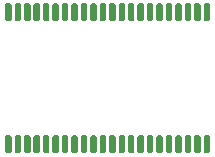
<source format=gbr>
%TF.GenerationSoftware,KiCad,Pcbnew,(5.1.10-1-10_14)*%
%TF.CreationDate,2021-08-30T23:36:35+02:00*%
%TF.ProjectId,ram_board,72616d5f-626f-4617-9264-2e6b69636164,rev?*%
%TF.SameCoordinates,Original*%
%TF.FileFunction,Paste,Top*%
%TF.FilePolarity,Positive*%
%FSLAX46Y46*%
G04 Gerber Fmt 4.6, Leading zero omitted, Abs format (unit mm)*
G04 Created by KiCad (PCBNEW (5.1.10-1-10_14)) date 2021-08-30 23:36:35*
%MOMM*%
%LPD*%
G01*
G04 APERTURE LIST*
G04 APERTURE END LIST*
%TO.C,U3*%
G36*
G01*
X71508500Y33783000D02*
X71783500Y33783000D01*
G75*
G02*
X71921000Y33645500I0J-137500D01*
G01*
X71921000Y32395500D01*
G75*
G02*
X71783500Y32258000I-137500J0D01*
G01*
X71508500Y32258000D01*
G75*
G02*
X71371000Y32395500I0J137500D01*
G01*
X71371000Y33645500D01*
G75*
G02*
X71508500Y33783000I137500J0D01*
G01*
G37*
G36*
G01*
X70708500Y33783000D02*
X70983500Y33783000D01*
G75*
G02*
X71121000Y33645500I0J-137500D01*
G01*
X71121000Y32395500D01*
G75*
G02*
X70983500Y32258000I-137500J0D01*
G01*
X70708500Y32258000D01*
G75*
G02*
X70571000Y32395500I0J137500D01*
G01*
X70571000Y33645500D01*
G75*
G02*
X70708500Y33783000I137500J0D01*
G01*
G37*
G36*
G01*
X69908500Y33783000D02*
X70183500Y33783000D01*
G75*
G02*
X70321000Y33645500I0J-137500D01*
G01*
X70321000Y32395500D01*
G75*
G02*
X70183500Y32258000I-137500J0D01*
G01*
X69908500Y32258000D01*
G75*
G02*
X69771000Y32395500I0J137500D01*
G01*
X69771000Y33645500D01*
G75*
G02*
X69908500Y33783000I137500J0D01*
G01*
G37*
G36*
G01*
X69108500Y33783000D02*
X69383500Y33783000D01*
G75*
G02*
X69521000Y33645500I0J-137500D01*
G01*
X69521000Y32395500D01*
G75*
G02*
X69383500Y32258000I-137500J0D01*
G01*
X69108500Y32258000D01*
G75*
G02*
X68971000Y32395500I0J137500D01*
G01*
X68971000Y33645500D01*
G75*
G02*
X69108500Y33783000I137500J0D01*
G01*
G37*
G36*
G01*
X68308500Y33783000D02*
X68583500Y33783000D01*
G75*
G02*
X68721000Y33645500I0J-137500D01*
G01*
X68721000Y32395500D01*
G75*
G02*
X68583500Y32258000I-137500J0D01*
G01*
X68308500Y32258000D01*
G75*
G02*
X68171000Y32395500I0J137500D01*
G01*
X68171000Y33645500D01*
G75*
G02*
X68308500Y33783000I137500J0D01*
G01*
G37*
G36*
G01*
X67508500Y33783000D02*
X67783500Y33783000D01*
G75*
G02*
X67921000Y33645500I0J-137500D01*
G01*
X67921000Y32395500D01*
G75*
G02*
X67783500Y32258000I-137500J0D01*
G01*
X67508500Y32258000D01*
G75*
G02*
X67371000Y32395500I0J137500D01*
G01*
X67371000Y33645500D01*
G75*
G02*
X67508500Y33783000I137500J0D01*
G01*
G37*
G36*
G01*
X66708500Y33783000D02*
X66983500Y33783000D01*
G75*
G02*
X67121000Y33645500I0J-137500D01*
G01*
X67121000Y32395500D01*
G75*
G02*
X66983500Y32258000I-137500J0D01*
G01*
X66708500Y32258000D01*
G75*
G02*
X66571000Y32395500I0J137500D01*
G01*
X66571000Y33645500D01*
G75*
G02*
X66708500Y33783000I137500J0D01*
G01*
G37*
G36*
G01*
X65908500Y33783000D02*
X66183500Y33783000D01*
G75*
G02*
X66321000Y33645500I0J-137500D01*
G01*
X66321000Y32395500D01*
G75*
G02*
X66183500Y32258000I-137500J0D01*
G01*
X65908500Y32258000D01*
G75*
G02*
X65771000Y32395500I0J137500D01*
G01*
X65771000Y33645500D01*
G75*
G02*
X65908500Y33783000I137500J0D01*
G01*
G37*
G36*
G01*
X65108500Y33783000D02*
X65383500Y33783000D01*
G75*
G02*
X65521000Y33645500I0J-137500D01*
G01*
X65521000Y32395500D01*
G75*
G02*
X65383500Y32258000I-137500J0D01*
G01*
X65108500Y32258000D01*
G75*
G02*
X64971000Y32395500I0J137500D01*
G01*
X64971000Y33645500D01*
G75*
G02*
X65108500Y33783000I137500J0D01*
G01*
G37*
G36*
G01*
X64308500Y33783000D02*
X64583500Y33783000D01*
G75*
G02*
X64721000Y33645500I0J-137500D01*
G01*
X64721000Y32395500D01*
G75*
G02*
X64583500Y32258000I-137500J0D01*
G01*
X64308500Y32258000D01*
G75*
G02*
X64171000Y32395500I0J137500D01*
G01*
X64171000Y33645500D01*
G75*
G02*
X64308500Y33783000I137500J0D01*
G01*
G37*
G36*
G01*
X63508500Y33783000D02*
X63783500Y33783000D01*
G75*
G02*
X63921000Y33645500I0J-137500D01*
G01*
X63921000Y32395500D01*
G75*
G02*
X63783500Y32258000I-137500J0D01*
G01*
X63508500Y32258000D01*
G75*
G02*
X63371000Y32395500I0J137500D01*
G01*
X63371000Y33645500D01*
G75*
G02*
X63508500Y33783000I137500J0D01*
G01*
G37*
G36*
G01*
X62708500Y33783000D02*
X62983500Y33783000D01*
G75*
G02*
X63121000Y33645500I0J-137500D01*
G01*
X63121000Y32395500D01*
G75*
G02*
X62983500Y32258000I-137500J0D01*
G01*
X62708500Y32258000D01*
G75*
G02*
X62571000Y32395500I0J137500D01*
G01*
X62571000Y33645500D01*
G75*
G02*
X62708500Y33783000I137500J0D01*
G01*
G37*
G36*
G01*
X61908500Y33783000D02*
X62183500Y33783000D01*
G75*
G02*
X62321000Y33645500I0J-137500D01*
G01*
X62321000Y32395500D01*
G75*
G02*
X62183500Y32258000I-137500J0D01*
G01*
X61908500Y32258000D01*
G75*
G02*
X61771000Y32395500I0J137500D01*
G01*
X61771000Y33645500D01*
G75*
G02*
X61908500Y33783000I137500J0D01*
G01*
G37*
G36*
G01*
X61108500Y33783000D02*
X61383500Y33783000D01*
G75*
G02*
X61521000Y33645500I0J-137500D01*
G01*
X61521000Y32395500D01*
G75*
G02*
X61383500Y32258000I-137500J0D01*
G01*
X61108500Y32258000D01*
G75*
G02*
X60971000Y32395500I0J137500D01*
G01*
X60971000Y33645500D01*
G75*
G02*
X61108500Y33783000I137500J0D01*
G01*
G37*
G36*
G01*
X60308500Y33783000D02*
X60583500Y33783000D01*
G75*
G02*
X60721000Y33645500I0J-137500D01*
G01*
X60721000Y32395500D01*
G75*
G02*
X60583500Y32258000I-137500J0D01*
G01*
X60308500Y32258000D01*
G75*
G02*
X60171000Y32395500I0J137500D01*
G01*
X60171000Y33645500D01*
G75*
G02*
X60308500Y33783000I137500J0D01*
G01*
G37*
G36*
G01*
X59508500Y33783000D02*
X59783500Y33783000D01*
G75*
G02*
X59921000Y33645500I0J-137500D01*
G01*
X59921000Y32395500D01*
G75*
G02*
X59783500Y32258000I-137500J0D01*
G01*
X59508500Y32258000D01*
G75*
G02*
X59371000Y32395500I0J137500D01*
G01*
X59371000Y33645500D01*
G75*
G02*
X59508500Y33783000I137500J0D01*
G01*
G37*
G36*
G01*
X58708500Y33783000D02*
X58983500Y33783000D01*
G75*
G02*
X59121000Y33645500I0J-137500D01*
G01*
X59121000Y32395500D01*
G75*
G02*
X58983500Y32258000I-137500J0D01*
G01*
X58708500Y32258000D01*
G75*
G02*
X58571000Y32395500I0J137500D01*
G01*
X58571000Y33645500D01*
G75*
G02*
X58708500Y33783000I137500J0D01*
G01*
G37*
G36*
G01*
X57908500Y33783000D02*
X58183500Y33783000D01*
G75*
G02*
X58321000Y33645500I0J-137500D01*
G01*
X58321000Y32395500D01*
G75*
G02*
X58183500Y32258000I-137500J0D01*
G01*
X57908500Y32258000D01*
G75*
G02*
X57771000Y32395500I0J137500D01*
G01*
X57771000Y33645500D01*
G75*
G02*
X57908500Y33783000I137500J0D01*
G01*
G37*
G36*
G01*
X57108500Y33783000D02*
X57383500Y33783000D01*
G75*
G02*
X57521000Y33645500I0J-137500D01*
G01*
X57521000Y32395500D01*
G75*
G02*
X57383500Y32258000I-137500J0D01*
G01*
X57108500Y32258000D01*
G75*
G02*
X56971000Y32395500I0J137500D01*
G01*
X56971000Y33645500D01*
G75*
G02*
X57108500Y33783000I137500J0D01*
G01*
G37*
G36*
G01*
X56308500Y33783000D02*
X56583500Y33783000D01*
G75*
G02*
X56721000Y33645500I0J-137500D01*
G01*
X56721000Y32395500D01*
G75*
G02*
X56583500Y32258000I-137500J0D01*
G01*
X56308500Y32258000D01*
G75*
G02*
X56171000Y32395500I0J137500D01*
G01*
X56171000Y33645500D01*
G75*
G02*
X56308500Y33783000I137500J0D01*
G01*
G37*
G36*
G01*
X55508500Y33783000D02*
X55783500Y33783000D01*
G75*
G02*
X55921000Y33645500I0J-137500D01*
G01*
X55921000Y32395500D01*
G75*
G02*
X55783500Y32258000I-137500J0D01*
G01*
X55508500Y32258000D01*
G75*
G02*
X55371000Y32395500I0J137500D01*
G01*
X55371000Y33645500D01*
G75*
G02*
X55508500Y33783000I137500J0D01*
G01*
G37*
G36*
G01*
X54708500Y33783000D02*
X54983500Y33783000D01*
G75*
G02*
X55121000Y33645500I0J-137500D01*
G01*
X55121000Y32395500D01*
G75*
G02*
X54983500Y32258000I-137500J0D01*
G01*
X54708500Y32258000D01*
G75*
G02*
X54571000Y32395500I0J137500D01*
G01*
X54571000Y33645500D01*
G75*
G02*
X54708500Y33783000I137500J0D01*
G01*
G37*
G36*
G01*
X54708500Y44958000D02*
X54983500Y44958000D01*
G75*
G02*
X55121000Y44820500I0J-137500D01*
G01*
X55121000Y43570500D01*
G75*
G02*
X54983500Y43433000I-137500J0D01*
G01*
X54708500Y43433000D01*
G75*
G02*
X54571000Y43570500I0J137500D01*
G01*
X54571000Y44820500D01*
G75*
G02*
X54708500Y44958000I137500J0D01*
G01*
G37*
G36*
G01*
X55508500Y44958000D02*
X55783500Y44958000D01*
G75*
G02*
X55921000Y44820500I0J-137500D01*
G01*
X55921000Y43570500D01*
G75*
G02*
X55783500Y43433000I-137500J0D01*
G01*
X55508500Y43433000D01*
G75*
G02*
X55371000Y43570500I0J137500D01*
G01*
X55371000Y44820500D01*
G75*
G02*
X55508500Y44958000I137500J0D01*
G01*
G37*
G36*
G01*
X56308500Y44958000D02*
X56583500Y44958000D01*
G75*
G02*
X56721000Y44820500I0J-137500D01*
G01*
X56721000Y43570500D01*
G75*
G02*
X56583500Y43433000I-137500J0D01*
G01*
X56308500Y43433000D01*
G75*
G02*
X56171000Y43570500I0J137500D01*
G01*
X56171000Y44820500D01*
G75*
G02*
X56308500Y44958000I137500J0D01*
G01*
G37*
G36*
G01*
X57108500Y44958000D02*
X57383500Y44958000D01*
G75*
G02*
X57521000Y44820500I0J-137500D01*
G01*
X57521000Y43570500D01*
G75*
G02*
X57383500Y43433000I-137500J0D01*
G01*
X57108500Y43433000D01*
G75*
G02*
X56971000Y43570500I0J137500D01*
G01*
X56971000Y44820500D01*
G75*
G02*
X57108500Y44958000I137500J0D01*
G01*
G37*
G36*
G01*
X57908500Y44958000D02*
X58183500Y44958000D01*
G75*
G02*
X58321000Y44820500I0J-137500D01*
G01*
X58321000Y43570500D01*
G75*
G02*
X58183500Y43433000I-137500J0D01*
G01*
X57908500Y43433000D01*
G75*
G02*
X57771000Y43570500I0J137500D01*
G01*
X57771000Y44820500D01*
G75*
G02*
X57908500Y44958000I137500J0D01*
G01*
G37*
G36*
G01*
X58708500Y44958000D02*
X58983500Y44958000D01*
G75*
G02*
X59121000Y44820500I0J-137500D01*
G01*
X59121000Y43570500D01*
G75*
G02*
X58983500Y43433000I-137500J0D01*
G01*
X58708500Y43433000D01*
G75*
G02*
X58571000Y43570500I0J137500D01*
G01*
X58571000Y44820500D01*
G75*
G02*
X58708500Y44958000I137500J0D01*
G01*
G37*
G36*
G01*
X59508500Y44958000D02*
X59783500Y44958000D01*
G75*
G02*
X59921000Y44820500I0J-137500D01*
G01*
X59921000Y43570500D01*
G75*
G02*
X59783500Y43433000I-137500J0D01*
G01*
X59508500Y43433000D01*
G75*
G02*
X59371000Y43570500I0J137500D01*
G01*
X59371000Y44820500D01*
G75*
G02*
X59508500Y44958000I137500J0D01*
G01*
G37*
G36*
G01*
X60308500Y44958000D02*
X60583500Y44958000D01*
G75*
G02*
X60721000Y44820500I0J-137500D01*
G01*
X60721000Y43570500D01*
G75*
G02*
X60583500Y43433000I-137500J0D01*
G01*
X60308500Y43433000D01*
G75*
G02*
X60171000Y43570500I0J137500D01*
G01*
X60171000Y44820500D01*
G75*
G02*
X60308500Y44958000I137500J0D01*
G01*
G37*
G36*
G01*
X61108500Y44958000D02*
X61383500Y44958000D01*
G75*
G02*
X61521000Y44820500I0J-137500D01*
G01*
X61521000Y43570500D01*
G75*
G02*
X61383500Y43433000I-137500J0D01*
G01*
X61108500Y43433000D01*
G75*
G02*
X60971000Y43570500I0J137500D01*
G01*
X60971000Y44820500D01*
G75*
G02*
X61108500Y44958000I137500J0D01*
G01*
G37*
G36*
G01*
X61908500Y44958000D02*
X62183500Y44958000D01*
G75*
G02*
X62321000Y44820500I0J-137500D01*
G01*
X62321000Y43570500D01*
G75*
G02*
X62183500Y43433000I-137500J0D01*
G01*
X61908500Y43433000D01*
G75*
G02*
X61771000Y43570500I0J137500D01*
G01*
X61771000Y44820500D01*
G75*
G02*
X61908500Y44958000I137500J0D01*
G01*
G37*
G36*
G01*
X62708500Y44958000D02*
X62983500Y44958000D01*
G75*
G02*
X63121000Y44820500I0J-137500D01*
G01*
X63121000Y43570500D01*
G75*
G02*
X62983500Y43433000I-137500J0D01*
G01*
X62708500Y43433000D01*
G75*
G02*
X62571000Y43570500I0J137500D01*
G01*
X62571000Y44820500D01*
G75*
G02*
X62708500Y44958000I137500J0D01*
G01*
G37*
G36*
G01*
X63508500Y44958000D02*
X63783500Y44958000D01*
G75*
G02*
X63921000Y44820500I0J-137500D01*
G01*
X63921000Y43570500D01*
G75*
G02*
X63783500Y43433000I-137500J0D01*
G01*
X63508500Y43433000D01*
G75*
G02*
X63371000Y43570500I0J137500D01*
G01*
X63371000Y44820500D01*
G75*
G02*
X63508500Y44958000I137500J0D01*
G01*
G37*
G36*
G01*
X64308500Y44958000D02*
X64583500Y44958000D01*
G75*
G02*
X64721000Y44820500I0J-137500D01*
G01*
X64721000Y43570500D01*
G75*
G02*
X64583500Y43433000I-137500J0D01*
G01*
X64308500Y43433000D01*
G75*
G02*
X64171000Y43570500I0J137500D01*
G01*
X64171000Y44820500D01*
G75*
G02*
X64308500Y44958000I137500J0D01*
G01*
G37*
G36*
G01*
X65108500Y44958000D02*
X65383500Y44958000D01*
G75*
G02*
X65521000Y44820500I0J-137500D01*
G01*
X65521000Y43570500D01*
G75*
G02*
X65383500Y43433000I-137500J0D01*
G01*
X65108500Y43433000D01*
G75*
G02*
X64971000Y43570500I0J137500D01*
G01*
X64971000Y44820500D01*
G75*
G02*
X65108500Y44958000I137500J0D01*
G01*
G37*
G36*
G01*
X65908500Y44958000D02*
X66183500Y44958000D01*
G75*
G02*
X66321000Y44820500I0J-137500D01*
G01*
X66321000Y43570500D01*
G75*
G02*
X66183500Y43433000I-137500J0D01*
G01*
X65908500Y43433000D01*
G75*
G02*
X65771000Y43570500I0J137500D01*
G01*
X65771000Y44820500D01*
G75*
G02*
X65908500Y44958000I137500J0D01*
G01*
G37*
G36*
G01*
X66708500Y44958000D02*
X66983500Y44958000D01*
G75*
G02*
X67121000Y44820500I0J-137500D01*
G01*
X67121000Y43570500D01*
G75*
G02*
X66983500Y43433000I-137500J0D01*
G01*
X66708500Y43433000D01*
G75*
G02*
X66571000Y43570500I0J137500D01*
G01*
X66571000Y44820500D01*
G75*
G02*
X66708500Y44958000I137500J0D01*
G01*
G37*
G36*
G01*
X67508500Y44958000D02*
X67783500Y44958000D01*
G75*
G02*
X67921000Y44820500I0J-137500D01*
G01*
X67921000Y43570500D01*
G75*
G02*
X67783500Y43433000I-137500J0D01*
G01*
X67508500Y43433000D01*
G75*
G02*
X67371000Y43570500I0J137500D01*
G01*
X67371000Y44820500D01*
G75*
G02*
X67508500Y44958000I137500J0D01*
G01*
G37*
G36*
G01*
X68308500Y44958000D02*
X68583500Y44958000D01*
G75*
G02*
X68721000Y44820500I0J-137500D01*
G01*
X68721000Y43570500D01*
G75*
G02*
X68583500Y43433000I-137500J0D01*
G01*
X68308500Y43433000D01*
G75*
G02*
X68171000Y43570500I0J137500D01*
G01*
X68171000Y44820500D01*
G75*
G02*
X68308500Y44958000I137500J0D01*
G01*
G37*
G36*
G01*
X69108500Y44958000D02*
X69383500Y44958000D01*
G75*
G02*
X69521000Y44820500I0J-137500D01*
G01*
X69521000Y43570500D01*
G75*
G02*
X69383500Y43433000I-137500J0D01*
G01*
X69108500Y43433000D01*
G75*
G02*
X68971000Y43570500I0J137500D01*
G01*
X68971000Y44820500D01*
G75*
G02*
X69108500Y44958000I137500J0D01*
G01*
G37*
G36*
G01*
X69908500Y44958000D02*
X70183500Y44958000D01*
G75*
G02*
X70321000Y44820500I0J-137500D01*
G01*
X70321000Y43570500D01*
G75*
G02*
X70183500Y43433000I-137500J0D01*
G01*
X69908500Y43433000D01*
G75*
G02*
X69771000Y43570500I0J137500D01*
G01*
X69771000Y44820500D01*
G75*
G02*
X69908500Y44958000I137500J0D01*
G01*
G37*
G36*
G01*
X70708500Y44958000D02*
X70983500Y44958000D01*
G75*
G02*
X71121000Y44820500I0J-137500D01*
G01*
X71121000Y43570500D01*
G75*
G02*
X70983500Y43433000I-137500J0D01*
G01*
X70708500Y43433000D01*
G75*
G02*
X70571000Y43570500I0J137500D01*
G01*
X70571000Y44820500D01*
G75*
G02*
X70708500Y44958000I137500J0D01*
G01*
G37*
G36*
G01*
X71508500Y44958000D02*
X71783500Y44958000D01*
G75*
G02*
X71921000Y44820500I0J-137500D01*
G01*
X71921000Y43570500D01*
G75*
G02*
X71783500Y43433000I-137500J0D01*
G01*
X71508500Y43433000D01*
G75*
G02*
X71371000Y43570500I0J137500D01*
G01*
X71371000Y44820500D01*
G75*
G02*
X71508500Y44958000I137500J0D01*
G01*
G37*
%TD*%
M02*

</source>
